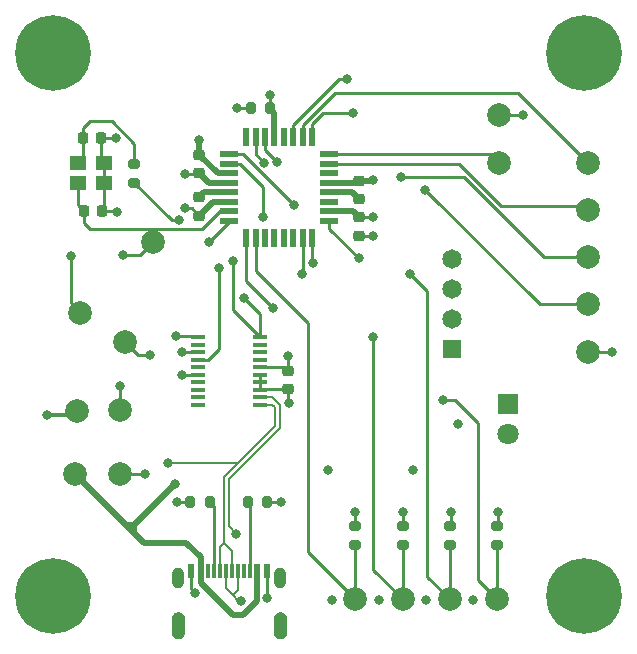
<source format=gbr>
%TF.GenerationSoftware,KiCad,Pcbnew,7.0.1*%
%TF.CreationDate,2023-07-17T15:28:08+02:00*%
%TF.ProjectId,Had_Konzole,4861645f-4b6f-46e7-9a6f-6c652e6b6963,rev?*%
%TF.SameCoordinates,Original*%
%TF.FileFunction,Copper,L1,Top*%
%TF.FilePolarity,Positive*%
%FSLAX46Y46*%
G04 Gerber Fmt 4.6, Leading zero omitted, Abs format (unit mm)*
G04 Created by KiCad (PCBNEW 7.0.1) date 2023-07-17 15:28:08*
%MOMM*%
%LPD*%
G01*
G04 APERTURE LIST*
G04 Aperture macros list*
%AMRoundRect*
0 Rectangle with rounded corners*
0 $1 Rounding radius*
0 $2 $3 $4 $5 $6 $7 $8 $9 X,Y pos of 4 corners*
0 Add a 4 corners polygon primitive as box body*
4,1,4,$2,$3,$4,$5,$6,$7,$8,$9,$2,$3,0*
0 Add four circle primitives for the rounded corners*
1,1,$1+$1,$2,$3*
1,1,$1+$1,$4,$5*
1,1,$1+$1,$6,$7*
1,1,$1+$1,$8,$9*
0 Add four rect primitives between the rounded corners*
20,1,$1+$1,$2,$3,$4,$5,0*
20,1,$1+$1,$4,$5,$6,$7,0*
20,1,$1+$1,$6,$7,$8,$9,0*
20,1,$1+$1,$8,$9,$2,$3,0*%
G04 Aperture macros list end*
%TA.AperFunction,EtchedComponent*%
%ADD10C,0.010000*%
%TD*%
%TA.AperFunction,SMDPad,CuDef*%
%ADD11RoundRect,0.225000X-0.225000X-0.250000X0.225000X-0.250000X0.225000X0.250000X-0.225000X0.250000X0*%
%TD*%
%TA.AperFunction,SMDPad,CuDef*%
%ADD12RoundRect,0.225000X-0.250000X0.225000X-0.250000X-0.225000X0.250000X-0.225000X0.250000X0.225000X0*%
%TD*%
%TA.AperFunction,SMDPad,CuDef*%
%ADD13RoundRect,0.200000X-0.200000X-0.275000X0.200000X-0.275000X0.200000X0.275000X-0.200000X0.275000X0*%
%TD*%
%TA.AperFunction,SMDPad,CuDef*%
%ADD14C,2.000000*%
%TD*%
%TA.AperFunction,SMDPad,CuDef*%
%ADD15RoundRect,0.225000X0.250000X-0.225000X0.250000X0.225000X-0.250000X0.225000X-0.250000X-0.225000X0*%
%TD*%
%TA.AperFunction,ComponentPad*%
%ADD16C,6.400000*%
%TD*%
%TA.AperFunction,SMDPad,CuDef*%
%ADD17R,1.600000X0.550000*%
%TD*%
%TA.AperFunction,SMDPad,CuDef*%
%ADD18R,0.550000X1.600000*%
%TD*%
%TA.AperFunction,SMDPad,CuDef*%
%ADD19RoundRect,0.200000X0.275000X-0.200000X0.275000X0.200000X-0.275000X0.200000X-0.275000X-0.200000X0*%
%TD*%
%TA.AperFunction,SMDPad,CuDef*%
%ADD20R,1.400000X1.200000*%
%TD*%
%TA.AperFunction,SMDPad,CuDef*%
%ADD21R,0.600000X1.150000*%
%TD*%
%TA.AperFunction,SMDPad,CuDef*%
%ADD22R,0.300000X1.150000*%
%TD*%
%TA.AperFunction,ComponentPad*%
%ADD23C,1.000000*%
%TD*%
%TA.AperFunction,ComponentPad*%
%ADD24O,1.000000X1.800000*%
%TD*%
%TA.AperFunction,SMDPad,CuDef*%
%ADD25R,1.200000X0.400000*%
%TD*%
%TA.AperFunction,SMDPad,CuDef*%
%ADD26RoundRect,0.200000X0.200000X0.275000X-0.200000X0.275000X-0.200000X-0.275000X0.200000X-0.275000X0*%
%TD*%
%TA.AperFunction,ComponentPad*%
%ADD27R,1.650000X1.650000*%
%TD*%
%TA.AperFunction,ComponentPad*%
%ADD28C,1.650000*%
%TD*%
%TA.AperFunction,ComponentPad*%
%ADD29R,1.800000X1.800000*%
%TD*%
%TA.AperFunction,ComponentPad*%
%ADD30C,1.800000*%
%TD*%
%TA.AperFunction,ViaPad*%
%ADD31C,0.800000*%
%TD*%
%TA.AperFunction,Conductor*%
%ADD32C,0.500000*%
%TD*%
%TA.AperFunction,Conductor*%
%ADD33C,0.250000*%
%TD*%
%TA.AperFunction,Conductor*%
%ADD34C,0.300000*%
%TD*%
%TA.AperFunction,Conductor*%
%ADD35C,0.200000*%
%TD*%
G04 APERTURE END LIST*
%TO.C,J4*%
D10*
X111206000Y-110176000D02*
X111232000Y-110178000D01*
X111258000Y-110181000D01*
X111284000Y-110186000D01*
X111309000Y-110192000D01*
X111335000Y-110199000D01*
X111359000Y-110208000D01*
X111383000Y-110218000D01*
X111407000Y-110229000D01*
X111430000Y-110242000D01*
X111452000Y-110256000D01*
X111474000Y-110270000D01*
X111495000Y-110286000D01*
X111515000Y-110303000D01*
X111534000Y-110321000D01*
X111552000Y-110340000D01*
X111569000Y-110360000D01*
X111585000Y-110381000D01*
X111599000Y-110403000D01*
X111613000Y-110425000D01*
X111626000Y-110448000D01*
X111637000Y-110472000D01*
X111647000Y-110496000D01*
X111656000Y-110520000D01*
X111663000Y-110546000D01*
X111669000Y-110571000D01*
X111674000Y-110597000D01*
X111677000Y-110623000D01*
X111679000Y-110649000D01*
X111680000Y-110675000D01*
X111680000Y-111875000D01*
X111679000Y-111901000D01*
X111677000Y-111927000D01*
X111674000Y-111953000D01*
X111669000Y-111979000D01*
X111663000Y-112004000D01*
X111656000Y-112030000D01*
X111647000Y-112054000D01*
X111637000Y-112078000D01*
X111626000Y-112102000D01*
X111613000Y-112125000D01*
X111599000Y-112147000D01*
X111585000Y-112169000D01*
X111569000Y-112190000D01*
X111552000Y-112210000D01*
X111534000Y-112229000D01*
X111515000Y-112247000D01*
X111495000Y-112264000D01*
X111474000Y-112280000D01*
X111452000Y-112294000D01*
X111430000Y-112308000D01*
X111407000Y-112321000D01*
X111383000Y-112332000D01*
X111359000Y-112342000D01*
X111335000Y-112351000D01*
X111309000Y-112358000D01*
X111284000Y-112364000D01*
X111258000Y-112369000D01*
X111232000Y-112372000D01*
X111206000Y-112374000D01*
X111180000Y-112375000D01*
X111154000Y-112374000D01*
X111128000Y-112372000D01*
X111102000Y-112369000D01*
X111076000Y-112364000D01*
X111051000Y-112358000D01*
X111025000Y-112351000D01*
X111001000Y-112342000D01*
X110977000Y-112332000D01*
X110953000Y-112321000D01*
X110930000Y-112308000D01*
X110908000Y-112294000D01*
X110886000Y-112280000D01*
X110865000Y-112264000D01*
X110845000Y-112247000D01*
X110826000Y-112229000D01*
X110808000Y-112210000D01*
X110791000Y-112190000D01*
X110775000Y-112169000D01*
X110761000Y-112147000D01*
X110747000Y-112125000D01*
X110734000Y-112102000D01*
X110723000Y-112078000D01*
X110713000Y-112054000D01*
X110704000Y-112030000D01*
X110697000Y-112004000D01*
X110691000Y-111979000D01*
X110686000Y-111953000D01*
X110683000Y-111927000D01*
X110681000Y-111901000D01*
X110680000Y-111875000D01*
X110680000Y-110675000D01*
X110681000Y-110649000D01*
X110683000Y-110623000D01*
X110686000Y-110597000D01*
X110691000Y-110571000D01*
X110697000Y-110546000D01*
X110704000Y-110520000D01*
X110713000Y-110496000D01*
X110723000Y-110472000D01*
X110734000Y-110448000D01*
X110747000Y-110425000D01*
X110761000Y-110403000D01*
X110775000Y-110381000D01*
X110791000Y-110360000D01*
X110808000Y-110340000D01*
X110826000Y-110321000D01*
X110845000Y-110303000D01*
X110865000Y-110286000D01*
X110886000Y-110270000D01*
X110908000Y-110256000D01*
X110930000Y-110242000D01*
X110953000Y-110229000D01*
X110977000Y-110218000D01*
X111001000Y-110208000D01*
X111025000Y-110199000D01*
X111051000Y-110192000D01*
X111076000Y-110186000D01*
X111102000Y-110181000D01*
X111128000Y-110178000D01*
X111154000Y-110176000D01*
X111180000Y-110175000D01*
X111206000Y-110176000D01*
%TA.AperFunction,EtchedComponent*%
G36*
X111206000Y-110176000D02*
G01*
X111232000Y-110178000D01*
X111258000Y-110181000D01*
X111284000Y-110186000D01*
X111309000Y-110192000D01*
X111335000Y-110199000D01*
X111359000Y-110208000D01*
X111383000Y-110218000D01*
X111407000Y-110229000D01*
X111430000Y-110242000D01*
X111452000Y-110256000D01*
X111474000Y-110270000D01*
X111495000Y-110286000D01*
X111515000Y-110303000D01*
X111534000Y-110321000D01*
X111552000Y-110340000D01*
X111569000Y-110360000D01*
X111585000Y-110381000D01*
X111599000Y-110403000D01*
X111613000Y-110425000D01*
X111626000Y-110448000D01*
X111637000Y-110472000D01*
X111647000Y-110496000D01*
X111656000Y-110520000D01*
X111663000Y-110546000D01*
X111669000Y-110571000D01*
X111674000Y-110597000D01*
X111677000Y-110623000D01*
X111679000Y-110649000D01*
X111680000Y-110675000D01*
X111680000Y-111875000D01*
X111679000Y-111901000D01*
X111677000Y-111927000D01*
X111674000Y-111953000D01*
X111669000Y-111979000D01*
X111663000Y-112004000D01*
X111656000Y-112030000D01*
X111647000Y-112054000D01*
X111637000Y-112078000D01*
X111626000Y-112102000D01*
X111613000Y-112125000D01*
X111599000Y-112147000D01*
X111585000Y-112169000D01*
X111569000Y-112190000D01*
X111552000Y-112210000D01*
X111534000Y-112229000D01*
X111515000Y-112247000D01*
X111495000Y-112264000D01*
X111474000Y-112280000D01*
X111452000Y-112294000D01*
X111430000Y-112308000D01*
X111407000Y-112321000D01*
X111383000Y-112332000D01*
X111359000Y-112342000D01*
X111335000Y-112351000D01*
X111309000Y-112358000D01*
X111284000Y-112364000D01*
X111258000Y-112369000D01*
X111232000Y-112372000D01*
X111206000Y-112374000D01*
X111180000Y-112375000D01*
X111154000Y-112374000D01*
X111128000Y-112372000D01*
X111102000Y-112369000D01*
X111076000Y-112364000D01*
X111051000Y-112358000D01*
X111025000Y-112351000D01*
X111001000Y-112342000D01*
X110977000Y-112332000D01*
X110953000Y-112321000D01*
X110930000Y-112308000D01*
X110908000Y-112294000D01*
X110886000Y-112280000D01*
X110865000Y-112264000D01*
X110845000Y-112247000D01*
X110826000Y-112229000D01*
X110808000Y-112210000D01*
X110791000Y-112190000D01*
X110775000Y-112169000D01*
X110761000Y-112147000D01*
X110747000Y-112125000D01*
X110734000Y-112102000D01*
X110723000Y-112078000D01*
X110713000Y-112054000D01*
X110704000Y-112030000D01*
X110697000Y-112004000D01*
X110691000Y-111979000D01*
X110686000Y-111953000D01*
X110683000Y-111927000D01*
X110681000Y-111901000D01*
X110680000Y-111875000D01*
X110680000Y-110675000D01*
X110681000Y-110649000D01*
X110683000Y-110623000D01*
X110686000Y-110597000D01*
X110691000Y-110571000D01*
X110697000Y-110546000D01*
X110704000Y-110520000D01*
X110713000Y-110496000D01*
X110723000Y-110472000D01*
X110734000Y-110448000D01*
X110747000Y-110425000D01*
X110761000Y-110403000D01*
X110775000Y-110381000D01*
X110791000Y-110360000D01*
X110808000Y-110340000D01*
X110826000Y-110321000D01*
X110845000Y-110303000D01*
X110865000Y-110286000D01*
X110886000Y-110270000D01*
X110908000Y-110256000D01*
X110930000Y-110242000D01*
X110953000Y-110229000D01*
X110977000Y-110218000D01*
X111001000Y-110208000D01*
X111025000Y-110199000D01*
X111051000Y-110192000D01*
X111076000Y-110186000D01*
X111102000Y-110181000D01*
X111128000Y-110178000D01*
X111154000Y-110176000D01*
X111180000Y-110175000D01*
X111206000Y-110176000D01*
G37*
%TD.AperFunction*%
X119846000Y-110176000D02*
X119872000Y-110178000D01*
X119898000Y-110181000D01*
X119924000Y-110186000D01*
X119949000Y-110192000D01*
X119975000Y-110199000D01*
X119999000Y-110208000D01*
X120023000Y-110218000D01*
X120047000Y-110229000D01*
X120070000Y-110242000D01*
X120092000Y-110256000D01*
X120114000Y-110270000D01*
X120135000Y-110286000D01*
X120155000Y-110303000D01*
X120174000Y-110321000D01*
X120192000Y-110340000D01*
X120209000Y-110360000D01*
X120225000Y-110381000D01*
X120239000Y-110403000D01*
X120253000Y-110425000D01*
X120266000Y-110448000D01*
X120277000Y-110472000D01*
X120287000Y-110496000D01*
X120296000Y-110520000D01*
X120303000Y-110546000D01*
X120309000Y-110571000D01*
X120314000Y-110597000D01*
X120317000Y-110623000D01*
X120319000Y-110649000D01*
X120320000Y-110675000D01*
X120320000Y-111875000D01*
X120319000Y-111901000D01*
X120317000Y-111927000D01*
X120314000Y-111953000D01*
X120309000Y-111979000D01*
X120303000Y-112004000D01*
X120296000Y-112030000D01*
X120287000Y-112054000D01*
X120277000Y-112078000D01*
X120266000Y-112102000D01*
X120253000Y-112125000D01*
X120239000Y-112147000D01*
X120225000Y-112169000D01*
X120209000Y-112190000D01*
X120192000Y-112210000D01*
X120174000Y-112229000D01*
X120155000Y-112247000D01*
X120135000Y-112264000D01*
X120114000Y-112280000D01*
X120092000Y-112294000D01*
X120070000Y-112308000D01*
X120047000Y-112321000D01*
X120023000Y-112332000D01*
X119999000Y-112342000D01*
X119975000Y-112351000D01*
X119949000Y-112358000D01*
X119924000Y-112364000D01*
X119898000Y-112369000D01*
X119872000Y-112372000D01*
X119846000Y-112374000D01*
X119820000Y-112375000D01*
X119794000Y-112374000D01*
X119768000Y-112372000D01*
X119742000Y-112369000D01*
X119716000Y-112364000D01*
X119691000Y-112358000D01*
X119665000Y-112351000D01*
X119641000Y-112342000D01*
X119617000Y-112332000D01*
X119593000Y-112321000D01*
X119570000Y-112308000D01*
X119548000Y-112294000D01*
X119526000Y-112280000D01*
X119505000Y-112264000D01*
X119485000Y-112247000D01*
X119466000Y-112229000D01*
X119448000Y-112210000D01*
X119431000Y-112190000D01*
X119415000Y-112169000D01*
X119401000Y-112147000D01*
X119387000Y-112125000D01*
X119374000Y-112102000D01*
X119363000Y-112078000D01*
X119353000Y-112054000D01*
X119344000Y-112030000D01*
X119337000Y-112004000D01*
X119331000Y-111979000D01*
X119326000Y-111953000D01*
X119323000Y-111927000D01*
X119321000Y-111901000D01*
X119320000Y-111875000D01*
X119320000Y-110675000D01*
X119321000Y-110649000D01*
X119323000Y-110623000D01*
X119326000Y-110597000D01*
X119331000Y-110571000D01*
X119337000Y-110546000D01*
X119344000Y-110520000D01*
X119353000Y-110496000D01*
X119363000Y-110472000D01*
X119374000Y-110448000D01*
X119387000Y-110425000D01*
X119401000Y-110403000D01*
X119415000Y-110381000D01*
X119431000Y-110360000D01*
X119448000Y-110340000D01*
X119466000Y-110321000D01*
X119485000Y-110303000D01*
X119505000Y-110286000D01*
X119526000Y-110270000D01*
X119548000Y-110256000D01*
X119570000Y-110242000D01*
X119593000Y-110229000D01*
X119617000Y-110218000D01*
X119641000Y-110208000D01*
X119665000Y-110199000D01*
X119691000Y-110192000D01*
X119716000Y-110186000D01*
X119742000Y-110181000D01*
X119768000Y-110178000D01*
X119794000Y-110176000D01*
X119820000Y-110175000D01*
X119846000Y-110176000D01*
%TA.AperFunction,EtchedComponent*%
G36*
X119846000Y-110176000D02*
G01*
X119872000Y-110178000D01*
X119898000Y-110181000D01*
X119924000Y-110186000D01*
X119949000Y-110192000D01*
X119975000Y-110199000D01*
X119999000Y-110208000D01*
X120023000Y-110218000D01*
X120047000Y-110229000D01*
X120070000Y-110242000D01*
X120092000Y-110256000D01*
X120114000Y-110270000D01*
X120135000Y-110286000D01*
X120155000Y-110303000D01*
X120174000Y-110321000D01*
X120192000Y-110340000D01*
X120209000Y-110360000D01*
X120225000Y-110381000D01*
X120239000Y-110403000D01*
X120253000Y-110425000D01*
X120266000Y-110448000D01*
X120277000Y-110472000D01*
X120287000Y-110496000D01*
X120296000Y-110520000D01*
X120303000Y-110546000D01*
X120309000Y-110571000D01*
X120314000Y-110597000D01*
X120317000Y-110623000D01*
X120319000Y-110649000D01*
X120320000Y-110675000D01*
X120320000Y-111875000D01*
X120319000Y-111901000D01*
X120317000Y-111927000D01*
X120314000Y-111953000D01*
X120309000Y-111979000D01*
X120303000Y-112004000D01*
X120296000Y-112030000D01*
X120287000Y-112054000D01*
X120277000Y-112078000D01*
X120266000Y-112102000D01*
X120253000Y-112125000D01*
X120239000Y-112147000D01*
X120225000Y-112169000D01*
X120209000Y-112190000D01*
X120192000Y-112210000D01*
X120174000Y-112229000D01*
X120155000Y-112247000D01*
X120135000Y-112264000D01*
X120114000Y-112280000D01*
X120092000Y-112294000D01*
X120070000Y-112308000D01*
X120047000Y-112321000D01*
X120023000Y-112332000D01*
X119999000Y-112342000D01*
X119975000Y-112351000D01*
X119949000Y-112358000D01*
X119924000Y-112364000D01*
X119898000Y-112369000D01*
X119872000Y-112372000D01*
X119846000Y-112374000D01*
X119820000Y-112375000D01*
X119794000Y-112374000D01*
X119768000Y-112372000D01*
X119742000Y-112369000D01*
X119716000Y-112364000D01*
X119691000Y-112358000D01*
X119665000Y-112351000D01*
X119641000Y-112342000D01*
X119617000Y-112332000D01*
X119593000Y-112321000D01*
X119570000Y-112308000D01*
X119548000Y-112294000D01*
X119526000Y-112280000D01*
X119505000Y-112264000D01*
X119485000Y-112247000D01*
X119466000Y-112229000D01*
X119448000Y-112210000D01*
X119431000Y-112190000D01*
X119415000Y-112169000D01*
X119401000Y-112147000D01*
X119387000Y-112125000D01*
X119374000Y-112102000D01*
X119363000Y-112078000D01*
X119353000Y-112054000D01*
X119344000Y-112030000D01*
X119337000Y-112004000D01*
X119331000Y-111979000D01*
X119326000Y-111953000D01*
X119323000Y-111927000D01*
X119321000Y-111901000D01*
X119320000Y-111875000D01*
X119320000Y-110675000D01*
X119321000Y-110649000D01*
X119323000Y-110623000D01*
X119326000Y-110597000D01*
X119331000Y-110571000D01*
X119337000Y-110546000D01*
X119344000Y-110520000D01*
X119353000Y-110496000D01*
X119363000Y-110472000D01*
X119374000Y-110448000D01*
X119387000Y-110425000D01*
X119401000Y-110403000D01*
X119415000Y-110381000D01*
X119431000Y-110360000D01*
X119448000Y-110340000D01*
X119466000Y-110321000D01*
X119485000Y-110303000D01*
X119505000Y-110286000D01*
X119526000Y-110270000D01*
X119548000Y-110256000D01*
X119570000Y-110242000D01*
X119593000Y-110229000D01*
X119617000Y-110218000D01*
X119641000Y-110208000D01*
X119665000Y-110199000D01*
X119691000Y-110192000D01*
X119716000Y-110186000D01*
X119742000Y-110181000D01*
X119768000Y-110178000D01*
X119794000Y-110176000D01*
X119820000Y-110175000D01*
X119846000Y-110176000D01*
G37*
%TD.AperFunction*%
%TD*%
D11*
%TO.P,C6,1*%
%TO.N,HSE_IN*%
X103225000Y-76200000D03*
%TO.P,C6,2*%
%TO.N,GND*%
X104775000Y-76200000D03*
%TD*%
D12*
%TO.P,C4,1*%
%TO.N,+3V3*%
X126500000Y-76725000D03*
%TO.P,C4,2*%
%TO.N,GND*%
X126500000Y-78275000D03*
%TD*%
D13*
%TO.P,R2,1*%
%TO.N,+3V3*%
X117325000Y-67500000D03*
%TO.P,R2,2*%
%TO.N,RST_PROG*%
X118975000Y-67500000D03*
%TD*%
D14*
%TO.P,J14,1,Pin_1*%
%TO.N,+3V3*%
X106300000Y-93000000D03*
%TD*%
%TO.P,J8,1,Pin_1*%
%TO.N,Button_Up*%
X134200000Y-109075000D03*
%TD*%
D15*
%TO.P,C5,1*%
%TO.N,+3V3*%
X113000000Y-72975000D03*
%TO.P,C5,2*%
%TO.N,GND*%
X113000000Y-71425000D03*
%TD*%
D16*
%TO.P,H4,1,1*%
%TO.N,GND*%
X145600000Y-108800000D03*
%TD*%
D15*
%TO.P,C3,1*%
%TO.N,+3V3*%
X113000000Y-76575000D03*
%TO.P,C3,2*%
%TO.N,GND*%
X113000000Y-75025000D03*
%TD*%
D14*
%TO.P,J13,1,Pin_1*%
%TO.N,3.3 Out*%
X102600000Y-93100000D03*
%TD*%
D16*
%TO.P,H1,1,1*%
%TO.N,GND*%
X100600000Y-62800000D03*
%TD*%
D17*
%TO.P,U1,1,PD3*%
%TO.N,Button_Up*%
X115500000Y-71400000D03*
%TO.P,U1,2,PD4*%
%TO.N,Button_Down*%
X115500000Y-72200000D03*
%TO.P,U1,3,GND*%
%TO.N,GND*%
X115500000Y-73000000D03*
%TO.P,U1,4,VCC*%
%TO.N,+3V3*%
X115500000Y-73800000D03*
%TO.P,U1,5,GND*%
%TO.N,GND*%
X115500000Y-74600000D03*
%TO.P,U1,6,VCC*%
%TO.N,+3V3*%
X115500000Y-75400000D03*
%TO.P,U1,7,XTAL1/PB6*%
%TO.N,HSE_IN*%
X115500000Y-76200000D03*
%TO.P,U1,8,XTAL2/PB7*%
%TO.N,HSE_OUT*%
X115500000Y-77000000D03*
D18*
%TO.P,U1,9,PD5*%
%TO.N,Button_Left*%
X116950000Y-78450000D03*
%TO.P,U1,10,PD6*%
%TO.N,Button_Right*%
X117750000Y-78450000D03*
%TO.P,U1,11,PD7*%
%TO.N,unconnected-(U1-PD7-Pad11)*%
X118550000Y-78450000D03*
%TO.P,U1,12,PB0*%
%TO.N,unconnected-(U1-PB0-Pad12)*%
X119350000Y-78450000D03*
%TO.P,U1,13,PB1*%
%TO.N,unconnected-(U1-PB1-Pad13)*%
X120150000Y-78450000D03*
%TO.P,U1,14,PB2*%
%TO.N,unconnected-(U1-PB2-Pad14)*%
X120950000Y-78450000D03*
%TO.P,U1,15,PB3*%
%TO.N,MOSI*%
X121750000Y-78450000D03*
%TO.P,U1,16,PB4*%
%TO.N,MISO*%
X122550000Y-78450000D03*
D17*
%TO.P,U1,17,PB5*%
%TO.N,SCK*%
X124000000Y-77000000D03*
%TO.P,U1,18,AVCC*%
%TO.N,+3V3*%
X124000000Y-76200000D03*
%TO.P,U1,19,ADC6*%
%TO.N,unconnected-(U1-ADC6-Pad19)*%
X124000000Y-75400000D03*
%TO.P,U1,20,AREF*%
%TO.N,Net-(U1-AREF)*%
X124000000Y-74600000D03*
%TO.P,U1,21,GND*%
%TO.N,GND*%
X124000000Y-73800000D03*
%TO.P,U1,22,ADC7*%
%TO.N,unconnected-(U1-ADC7-Pad22)*%
X124000000Y-73000000D03*
%TO.P,U1,23,PC0*%
%TO.N,CLK*%
X124000000Y-72200000D03*
%TO.P,U1,24,PC1*%
%TO.N,DIN*%
X124000000Y-71400000D03*
D18*
%TO.P,U1,25,PC2*%
%TO.N,DC*%
X122550000Y-69950000D03*
%TO.P,U1,26,PC3*%
%TO.N,CE*%
X121750000Y-69950000D03*
%TO.P,U1,27,PC4*%
%TO.N,RST*%
X120950000Y-69950000D03*
%TO.P,U1,28,PC5*%
%TO.N,unconnected-(U1-PC5-Pad28)*%
X120150000Y-69950000D03*
%TO.P,U1,29,~{RESET}/PC6*%
%TO.N,RST_PROG*%
X119350000Y-69950000D03*
%TO.P,U1,30,PD0*%
%TO.N,TX*%
X118550000Y-69950000D03*
%TO.P,U1,31,PD1*%
%TO.N,RX*%
X117750000Y-69950000D03*
%TO.P,U1,32,PD2*%
%TO.N,unconnected-(U1-PD2-Pad32)*%
X116950000Y-69950000D03*
%TD*%
D19*
%TO.P,R5,1*%
%TO.N,Button_Left*%
X138200000Y-104500000D03*
%TO.P,R5,2*%
%TO.N,GND*%
X138200000Y-102850000D03*
%TD*%
D14*
%TO.P,J21,1,Pin_1*%
%TO.N,GND*%
X145900000Y-88100000D03*
%TD*%
%TO.P,J12,1,Pin_1*%
%TO.N,Button_Right*%
X126200000Y-109075000D03*
%TD*%
%TO.P,J16,1,Pin_1*%
%TO.N,CE*%
X145900000Y-72100000D03*
%TD*%
D16*
%TO.P,H2,1,1*%
%TO.N,GND*%
X145600000Y-62800000D03*
%TD*%
D14*
%TO.P,J1,1,Pin_1*%
%TO.N,+5V*%
X102500000Y-98500000D03*
%TD*%
D19*
%TO.P,R4,1*%
%TO.N,Button_Up*%
X134200000Y-104500000D03*
%TO.P,R4,2*%
%TO.N,GND*%
X134200000Y-102850000D03*
%TD*%
D20*
%TO.P,Y1,1,1*%
%TO.N,HSE_IN*%
X102750000Y-73850000D03*
%TO.P,Y1,2,2*%
%TO.N,GND*%
X104950000Y-73850000D03*
%TO.P,Y1,3,3*%
X104950000Y-72150000D03*
%TO.P,Y1,4,4*%
%TO.N,Net-(C7-Pad1)*%
X102750000Y-72150000D03*
%TD*%
D14*
%TO.P,J18,1,Pin_1*%
%TO.N,DIN*%
X138400000Y-72100000D03*
%TD*%
%TO.P,J10,1,Pin_1*%
%TO.N,Button_Left*%
X138200000Y-109075000D03*
%TD*%
D19*
%TO.P,R6,1*%
%TO.N,Button_Right*%
X126200000Y-104500000D03*
%TO.P,R6,2*%
%TO.N,GND*%
X126200000Y-102850000D03*
%TD*%
D14*
%TO.P,TP11,1,1*%
%TO.N,DTR*%
X106700000Y-87300000D03*
%TD*%
D21*
%TO.P,J4,1,VBUS*%
%TO.N,+5V*%
X113100000Y-106700000D03*
X117900000Y-106700000D03*
D22*
%TO.P,J4,2,SBU1*%
%TO.N,unconnected-(J4-SBU1-Pad2)*%
X116750000Y-106700000D03*
%TO.P,J4,3,SBU2*%
%TO.N,unconnected-(J4-SBU2-Pad3)*%
X113750000Y-106700000D03*
%TO.P,J4,4,D+*%
%TO.N,USB_Conn_D-*%
X115250000Y-106700000D03*
%TO.P,J4,5,D+*%
X116250000Y-106700000D03*
%TO.P,J4,6,D-*%
%TO.N,USB_Conn_D+*%
X115750000Y-106700000D03*
%TO.P,J4,7,D-*%
X114750000Y-106700000D03*
%TO.P,J4,8,CC1*%
%TO.N,Net-(J4-CC1)*%
X114250000Y-106700000D03*
%TO.P,J4,9,CC2*%
%TO.N,Net-(J4-CC2)*%
X117250000Y-106700000D03*
D21*
%TO.P,J4,10,GND*%
%TO.N,GND*%
X112300000Y-106700000D03*
X118700000Y-106700000D03*
D23*
%TO.P,J4,S1,SHIELD*%
%TO.N,unconnected-(J4-SHIELD-PadS1)*%
X111180000Y-111275000D03*
%TO.P,J4,S2,SHIELD*%
X119820000Y-111275000D03*
D24*
%TO.P,J4,S3,SHIELD*%
X111180000Y-107275000D03*
%TO.P,J4,S4,SHIELD*%
X119820000Y-107275000D03*
%TD*%
D19*
%TO.P,R3,1*%
%TO.N,HSE_OUT*%
X107500000Y-73825000D03*
%TO.P,R3,2*%
%TO.N,Net-(C7-Pad1)*%
X107500000Y-72175000D03*
%TD*%
D25*
%TO.P,U2,1,~{DTR}*%
%TO.N,DTR*%
X112900000Y-86865000D03*
%TO.P,U2,2,~{RTS}*%
%TO.N,unconnected-(U2-~{RTS}-Pad2)*%
X112900000Y-87500000D03*
%TO.P,U2,3,VCCIO*%
%TO.N,+3V3*%
X112900000Y-88135000D03*
%TO.P,U2,4,RXD*%
%TO.N,RX*%
X112900000Y-88770000D03*
%TO.P,U2,5,~{RI}*%
%TO.N,unconnected-(U2-~{RI}-Pad5)*%
X112900000Y-89405000D03*
%TO.P,U2,6,GND*%
%TO.N,GND*%
X112900000Y-90040000D03*
%TO.P,U2,7,~{DSR}*%
%TO.N,unconnected-(U2-~{DSR}-Pad7)*%
X112900000Y-90675000D03*
%TO.P,U2,8,~{DCD}*%
%TO.N,unconnected-(U2-~{DCD}-Pad8)*%
X112900000Y-91310000D03*
%TO.P,U2,9,~{CTS}*%
%TO.N,unconnected-(U2-~{CTS}-Pad9)*%
X112900000Y-91945000D03*
%TO.P,U2,10,CBUS2*%
%TO.N,unconnected-(U2-CBUS2-Pad10)*%
X112900000Y-92580000D03*
%TO.P,U2,11,USBDP*%
%TO.N,USB_Conn_D+*%
X118100000Y-92580000D03*
%TO.P,U2,12,USBDM*%
%TO.N,USB_Conn_D-*%
X118100000Y-91945000D03*
%TO.P,U2,13,3V3OUT*%
%TO.N,+3V3*%
X118100000Y-91310000D03*
%TO.P,U2,14,~{RESET}*%
X118100000Y-90675000D03*
%TO.P,U2,15,VCC*%
X118100000Y-90040000D03*
%TO.P,U2,16,GND*%
%TO.N,GND*%
X118100000Y-89405000D03*
%TO.P,U2,17,CBUS1*%
%TO.N,unconnected-(U2-CBUS1-Pad17)*%
X118100000Y-88770000D03*
%TO.P,U2,18,CBUS0*%
%TO.N,unconnected-(U2-CBUS0-Pad18)*%
X118100000Y-88135000D03*
%TO.P,U2,19,CBUS3*%
%TO.N,unconnected-(U2-CBUS3-Pad19)*%
X118100000Y-87500000D03*
%TO.P,U2,20,TXD*%
%TO.N,TX*%
X118100000Y-86865000D03*
%TD*%
D14*
%TO.P,J19,1,Pin_1*%
%TO.N,CLK*%
X145900000Y-76100000D03*
%TD*%
D15*
%TO.P,C10,1*%
%TO.N,Net-(U1-AREF)*%
X126500000Y-75175000D03*
%TO.P,C10,2*%
%TO.N,GND*%
X126500000Y-73625000D03*
%TD*%
D26*
%TO.P,R8,1*%
%TO.N,Net-(J4-CC1)*%
X113875000Y-100800000D03*
%TO.P,R8,2*%
%TO.N,GND*%
X112225000Y-100800000D03*
%TD*%
D14*
%TO.P,J3,1,Pin_1*%
%TO.N,RST*%
X145900000Y-84100000D03*
%TD*%
%TO.P,TP10,1,1*%
%TO.N,Reset*%
X109100000Y-78800000D03*
%TD*%
D13*
%TO.P,R9,1*%
%TO.N,Net-(J4-CC2)*%
X117075000Y-100850000D03*
%TO.P,R9,2*%
%TO.N,GND*%
X118725000Y-100850000D03*
%TD*%
D11*
%TO.P,C7,1*%
%TO.N,Net-(C7-Pad1)*%
X103125000Y-70000000D03*
%TO.P,C7,2*%
%TO.N,GND*%
X104675000Y-70000000D03*
%TD*%
D14*
%TO.P,TP12,1,1*%
%TO.N,RST_PROG*%
X102900000Y-84800000D03*
%TD*%
%TO.P,J15,1,Pin_1*%
%TO.N,GND*%
X106300000Y-98500000D03*
%TD*%
D16*
%TO.P,H3,1,1*%
%TO.N,GND*%
X100600000Y-108800000D03*
%TD*%
D15*
%TO.P,C8,1*%
%TO.N,+3V3*%
X120500000Y-91275000D03*
%TO.P,C8,2*%
%TO.N,GND*%
X120500000Y-89725000D03*
%TD*%
D19*
%TO.P,R7,1*%
%TO.N,Button_Down*%
X130200000Y-104500000D03*
%TO.P,R7,2*%
%TO.N,GND*%
X130200000Y-102850000D03*
%TD*%
D14*
%TO.P,J20,1,Pin_1*%
%TO.N,+3V3*%
X138400000Y-68100000D03*
%TD*%
%TO.P,J17,1,Pin_1*%
%TO.N,DC*%
X145900000Y-80100000D03*
%TD*%
%TO.P,J5,1,Pin_1*%
%TO.N,Button_Down*%
X130200000Y-109075000D03*
%TD*%
D27*
%TO.P,J2,1,Pin_1*%
%TO.N,Reset*%
X134400000Y-87840000D03*
D28*
%TO.P,J2,2,Pin_2*%
%TO.N,MOSI*%
X134400000Y-85300000D03*
%TO.P,J2,3,Pin_3*%
%TO.N,MISO*%
X134400000Y-82760000D03*
%TO.P,J2,4,Pin_4*%
%TO.N,SCK*%
X134400000Y-80220000D03*
%TD*%
D29*
%TO.P,D1,1,K*%
%TO.N,Net-(D1-K)*%
X139125000Y-92525000D03*
D30*
%TO.P,D1,2,A*%
%TO.N,+3V3*%
X139125000Y-95065000D03*
%TD*%
D31*
%TO.N,GND*%
X118750000Y-109000000D03*
X127700000Y-78350000D03*
X130250000Y-101700000D03*
X108350000Y-98500000D03*
X105900000Y-70000000D03*
X127700000Y-73550000D03*
X138250000Y-101700000D03*
X112600000Y-108500000D03*
X134300000Y-101700000D03*
X134850000Y-94250000D03*
X106000000Y-76250000D03*
X113000000Y-70200000D03*
X111500000Y-90050000D03*
X119900000Y-100800000D03*
X126150000Y-101700000D03*
X120500000Y-88500000D03*
X111100000Y-100800000D03*
X123900000Y-98150000D03*
X147950000Y-88150000D03*
X131100000Y-98150000D03*
%TO.N,3.3 Out*%
X100100000Y-93500000D03*
%TO.N,+3V3*%
X111750000Y-75950000D03*
X111800000Y-73050000D03*
X132200000Y-109100000D03*
X128200000Y-109100000D03*
X124200000Y-109100000D03*
X136200000Y-109150000D03*
X127700000Y-76700000D03*
X116150000Y-67500000D03*
X140400000Y-68100000D03*
X111550000Y-88100000D03*
X106250000Y-91000000D03*
X120600000Y-92450000D03*
%TO.N,+5V*%
X110900000Y-99300000D03*
%TO.N,SCK*%
X126500000Y-80200000D03*
%TO.N,MISO*%
X122600000Y-80600000D03*
%TO.N,MOSI*%
X121700000Y-81500000D03*
%TO.N,DTR*%
X108800000Y-88400000D03*
X111000000Y-86800000D03*
%TO.N,RST*%
X125500000Y-65000000D03*
X132100000Y-74400000D03*
%TO.N,DC*%
X130100000Y-73300000D03*
X126000000Y-67900000D03*
%TO.N,HSE_OUT*%
X111300000Y-76975500D03*
X113800000Y-78800000D03*
%TO.N,Button_Up*%
X120992893Y-75700000D03*
X130800000Y-81500000D03*
%TO.N,Button_Left*%
X133600000Y-92200000D03*
X119200000Y-84400000D03*
%TO.N,Button_Down*%
X127700000Y-86900000D03*
X118400000Y-76700000D03*
%TO.N,TX*%
X119550000Y-72050000D03*
X116800000Y-83600000D03*
X115800000Y-80400000D03*
%TO.N,RX*%
X114650000Y-81050000D03*
X118450000Y-72100000D03*
%TO.N,USB_Conn_D+*%
X110300000Y-97500000D03*
%TO.N,USB_Conn_D-*%
X116500000Y-109200000D03*
X116100000Y-103500000D03*
%TO.N,Reset*%
X106500000Y-79900000D03*
%TO.N,RST_PROG*%
X102100000Y-80000000D03*
X119000000Y-66400000D03*
%TD*%
D32*
%TO.N,GND*%
X113000000Y-71425000D02*
X114575000Y-73000000D01*
D33*
X118700000Y-106700000D02*
X118700000Y-108950000D01*
X145900000Y-88100000D02*
X147900000Y-88100000D01*
X130250000Y-102800000D02*
X130200000Y-102850000D01*
X112300000Y-106700000D02*
X112300000Y-108200000D01*
X126150000Y-101700000D02*
X126150000Y-102800000D01*
X118700000Y-108950000D02*
X118750000Y-109000000D01*
X147900000Y-88100000D02*
X147950000Y-88150000D01*
X120500000Y-89725000D02*
X120180000Y-89405000D01*
X112900000Y-90040000D02*
X111510000Y-90040000D01*
X126150000Y-102800000D02*
X126200000Y-102850000D01*
X104950000Y-73850000D02*
X104950000Y-76025000D01*
X120180000Y-89405000D02*
X118100000Y-89405000D01*
X104775000Y-76200000D02*
X105950000Y-76200000D01*
X134300000Y-102750000D02*
X134200000Y-102850000D01*
D32*
X126325000Y-73800000D02*
X124000000Y-73800000D01*
D33*
X112225000Y-100800000D02*
X111100000Y-100800000D01*
X138250000Y-101700000D02*
X138250000Y-102800000D01*
D32*
X127625000Y-73625000D02*
X127700000Y-73550000D01*
D33*
X111510000Y-90040000D02*
X111500000Y-90050000D01*
D32*
X114575000Y-73000000D02*
X115500000Y-73000000D01*
X126500000Y-73625000D02*
X127625000Y-73625000D01*
D33*
X104950000Y-76025000D02*
X104775000Y-76200000D01*
X120500000Y-89725000D02*
X120500000Y-88500000D01*
X119850000Y-100850000D02*
X119900000Y-100800000D01*
X104950000Y-72150000D02*
X104950000Y-73850000D01*
X118725000Y-100850000D02*
X119850000Y-100850000D01*
X105950000Y-76200000D02*
X106000000Y-76250000D01*
X104675000Y-70000000D02*
X104675000Y-71875000D01*
D32*
X113000000Y-75025000D02*
X113425000Y-74600000D01*
D33*
X104675000Y-71875000D02*
X104950000Y-72150000D01*
X138250000Y-102800000D02*
X138200000Y-102850000D01*
X134300000Y-101700000D02*
X134300000Y-102750000D01*
D32*
X113425000Y-74600000D02*
X115500000Y-74600000D01*
D33*
X106300000Y-98500000D02*
X108350000Y-98500000D01*
X130250000Y-101700000D02*
X130250000Y-102800000D01*
X112300000Y-108200000D02*
X112600000Y-108500000D01*
X126500000Y-78275000D02*
X127625000Y-78275000D01*
D32*
X126500000Y-73625000D02*
X126325000Y-73800000D01*
D33*
X127625000Y-78275000D02*
X127700000Y-78350000D01*
X104675000Y-70000000D02*
X105900000Y-70000000D01*
D32*
X113000000Y-71425000D02*
X113000000Y-70200000D01*
D34*
%TO.N,3.3 Out*%
X102200000Y-93500000D02*
X102600000Y-93100000D01*
X100100000Y-93500000D02*
X102200000Y-93500000D01*
D32*
%TO.N,+3V3*%
X113000000Y-72975000D02*
X113825000Y-73800000D01*
D33*
X120500000Y-92350000D02*
X120600000Y-92450000D01*
X112900000Y-88135000D02*
X111585000Y-88135000D01*
X106300000Y-93000000D02*
X106300000Y-91050000D01*
X106300000Y-91050000D02*
X106250000Y-91000000D01*
X112375000Y-75950000D02*
X113000000Y-76575000D01*
X112925000Y-73050000D02*
X113000000Y-72975000D01*
X138400000Y-68100000D02*
X140400000Y-68100000D01*
X111800000Y-73050000D02*
X112925000Y-73050000D01*
X111585000Y-88135000D02*
X111550000Y-88100000D01*
D32*
X113825000Y-73800000D02*
X115500000Y-73800000D01*
X126500000Y-76725000D02*
X125975000Y-76200000D01*
D33*
X126525000Y-76700000D02*
X126500000Y-76725000D01*
X117325000Y-67500000D02*
X116150000Y-67500000D01*
X127700000Y-76700000D02*
X126525000Y-76700000D01*
X120500000Y-91275000D02*
X118135000Y-91275000D01*
D32*
X125975000Y-76200000D02*
X124000000Y-76200000D01*
D33*
X118135000Y-91275000D02*
X118100000Y-91310000D01*
D32*
X114175000Y-75400000D02*
X115500000Y-75400000D01*
X113000000Y-76575000D02*
X114175000Y-75400000D01*
D33*
X120500000Y-91275000D02*
X120500000Y-92350000D01*
X118100000Y-91310000D02*
X118100000Y-90040000D01*
X111750000Y-75950000D02*
X112375000Y-75950000D01*
%TO.N,HSE_IN*%
X103225000Y-76200000D02*
X102750000Y-75725000D01*
X114700000Y-76200000D02*
X113200000Y-77700000D01*
X113200000Y-77700000D02*
X103700000Y-77700000D01*
X115500000Y-76200000D02*
X114700000Y-76200000D01*
X103225000Y-77225000D02*
X103225000Y-76200000D01*
X103700000Y-77700000D02*
X103225000Y-77225000D01*
X102750000Y-75725000D02*
X102750000Y-73850000D01*
D32*
%TO.N,+5V*%
X107450000Y-103450000D02*
X107450000Y-102750000D01*
X107450000Y-103450000D02*
X108300000Y-104300000D01*
X113100000Y-105500000D02*
X113100000Y-106700000D01*
X115825000Y-110400000D02*
X116700000Y-110400000D01*
X106650000Y-102650000D02*
X107100000Y-103100000D01*
X102500000Y-98500000D02*
X106650000Y-102650000D01*
X116700000Y-110400000D02*
X117900000Y-109200000D01*
X113100000Y-106700000D02*
X113100000Y-107675000D01*
X107450000Y-102750000D02*
X106750000Y-102750000D01*
X117900000Y-109200000D02*
X117900000Y-106700000D01*
X113100000Y-107675000D02*
X115825000Y-110400000D01*
X111900000Y-104300000D02*
X113100000Y-105500000D01*
X108300000Y-104300000D02*
X111900000Y-104300000D01*
X107100000Y-103100000D02*
X107450000Y-102750000D01*
X107100000Y-103100000D02*
X107450000Y-103450000D01*
X110900000Y-99300000D02*
X107450000Y-102750000D01*
X106750000Y-102750000D02*
X106650000Y-102650000D01*
%TO.N,Net-(U1-AREF)*%
X126500000Y-75175000D02*
X125925000Y-74600000D01*
X125925000Y-74600000D02*
X124000000Y-74600000D01*
D33*
%TO.N,SCK*%
X124000000Y-77700000D02*
X124000000Y-77000000D01*
X126500000Y-80200000D02*
X124000000Y-77700000D01*
%TO.N,MISO*%
X122600000Y-80600000D02*
X122550000Y-80550000D01*
X122550000Y-80550000D02*
X122550000Y-78450000D01*
%TO.N,MOSI*%
X121750000Y-81450000D02*
X121750000Y-78450000D01*
X121700000Y-81500000D02*
X121750000Y-81450000D01*
%TO.N,DTR*%
X111000000Y-86800000D02*
X112835000Y-86800000D01*
X112835000Y-86800000D02*
X112900000Y-86865000D01*
X107800000Y-88400000D02*
X106700000Y-87300000D01*
X108800000Y-88400000D02*
X107800000Y-88400000D01*
%TO.N,RST*%
X120950000Y-68900000D02*
X120950000Y-69950000D01*
X124850000Y-65000000D02*
X120950000Y-68900000D01*
X145900000Y-84100000D02*
X141800000Y-84100000D01*
X141800000Y-84100000D02*
X132100000Y-74400000D01*
X125500000Y-65000000D02*
X124850000Y-65000000D01*
%TO.N,CE*%
X145900000Y-72100000D02*
X140000000Y-66200000D01*
X124450000Y-66200000D02*
X121750000Y-68900000D01*
X140000000Y-66200000D02*
X124450000Y-66200000D01*
X121750000Y-68900000D02*
X121750000Y-69950000D01*
%TO.N,DC*%
X142213604Y-80100000D02*
X135413604Y-73300000D01*
X123500000Y-67900000D02*
X122550000Y-68850000D01*
X126000000Y-67900000D02*
X123500000Y-67900000D01*
X135413604Y-73300000D02*
X130100000Y-73300000D01*
X122550000Y-68850000D02*
X122550000Y-69950000D01*
X145900000Y-80100000D02*
X142213604Y-80100000D01*
%TO.N,DIN*%
X138400000Y-72100000D02*
X137700000Y-71400000D01*
X137700000Y-71400000D02*
X124000000Y-71400000D01*
%TO.N,HSE_OUT*%
X107500000Y-73825000D02*
X110650500Y-76975500D01*
X113800000Y-78800000D02*
X115500000Y-77100000D01*
X110650500Y-76975500D02*
X111300000Y-76975500D01*
X115500000Y-77100000D02*
X115500000Y-77000000D01*
%TO.N,Button_Up*%
X132300000Y-103600000D02*
X132300000Y-83000000D01*
X134200000Y-109075000D02*
X132300000Y-107175000D01*
X132300000Y-107175000D02*
X132300000Y-103600000D01*
X132300000Y-83000000D02*
X130800000Y-81500000D01*
X120992893Y-75700000D02*
X116692893Y-71400000D01*
X116692893Y-71400000D02*
X115500000Y-71400000D01*
X134200000Y-109075000D02*
X134200000Y-104500000D01*
%TO.N,Button_Left*%
X134650000Y-92200000D02*
X133600000Y-92200000D01*
X136600000Y-94150000D02*
X134650000Y-92200000D01*
X116950000Y-82150000D02*
X116950000Y-78450000D01*
X119200000Y-84400000D02*
X116950000Y-82150000D01*
X138200000Y-109075000D02*
X138200000Y-104500000D01*
X136600000Y-107475000D02*
X136600000Y-94150000D01*
X138200000Y-109075000D02*
X136600000Y-107475000D01*
%TO.N,Button_Right*%
X126200000Y-109075000D02*
X122200000Y-105075000D01*
X117750000Y-81250000D02*
X117750000Y-78450000D01*
X126200000Y-109075000D02*
X126200000Y-104500000D01*
X122200000Y-105075000D02*
X122200000Y-85700000D01*
X122200000Y-85700000D02*
X117750000Y-81250000D01*
%TO.N,Button_Down*%
X118400000Y-74175000D02*
X116425000Y-72200000D01*
X130200000Y-109075000D02*
X130200000Y-104500000D01*
X116425000Y-72200000D02*
X115500000Y-72200000D01*
X130200000Y-109075000D02*
X127700000Y-106575000D01*
X118400000Y-76700000D02*
X118400000Y-74175000D01*
X127700000Y-106575000D02*
X127700000Y-86900000D01*
%TO.N,CLK*%
X134950000Y-72200000D02*
X124000000Y-72200000D01*
X145610000Y-75810000D02*
X138560000Y-75810000D01*
X145900000Y-76100000D02*
X145610000Y-75810000D01*
X138560000Y-75810000D02*
X134950000Y-72200000D01*
%TO.N,TX*%
X118550000Y-71050000D02*
X118550000Y-69950000D01*
X118100000Y-84900000D02*
X116800000Y-83600000D01*
X115800000Y-84565000D02*
X115800000Y-80400000D01*
X119550000Y-72050000D02*
X118550000Y-71050000D01*
X118100000Y-86865000D02*
X115800000Y-84565000D01*
X118100000Y-86865000D02*
X118100000Y-84900000D01*
%TO.N,RX*%
X113750000Y-88770000D02*
X112900000Y-88770000D01*
X114650000Y-87870000D02*
X113750000Y-88770000D01*
X118450000Y-72100000D02*
X117750000Y-71400000D01*
X114650000Y-81050000D02*
X114650000Y-87870000D01*
X117750000Y-71400000D02*
X117750000Y-69950000D01*
D35*
%TO.N,USB_Conn_D+*%
X119180000Y-92580000D02*
X118100000Y-92580000D01*
X116100000Y-97500000D02*
X110300000Y-97500000D01*
X116050000Y-97750000D02*
X116300000Y-97500000D01*
X116100000Y-97700000D02*
X116100000Y-97500000D01*
X114750000Y-104650000D02*
X115100000Y-104300000D01*
X116300000Y-97500000D02*
X116100000Y-97500000D01*
X114750000Y-106700000D02*
X114750000Y-104650000D01*
X116050000Y-97750000D02*
X116100000Y-97700000D01*
X115750000Y-104950000D02*
X115750000Y-106700000D01*
X119400000Y-92800000D02*
X119180000Y-92580000D01*
X115100000Y-104300000D02*
X115750000Y-104950000D01*
X119400000Y-94400000D02*
X119400000Y-92800000D01*
X116300000Y-97500000D02*
X119400000Y-94400000D01*
X115100000Y-98700000D02*
X116050000Y-97750000D01*
X115100000Y-104300000D02*
X115100000Y-98700000D01*
%TO.N,USB_Conn_D-*%
X115250000Y-106700000D02*
X115250000Y-108150000D01*
X119800000Y-94565685D02*
X119800000Y-92634314D01*
X115800000Y-108700000D02*
X116250000Y-108250000D01*
X119110686Y-91945000D02*
X118100000Y-91945000D01*
X115250000Y-108150000D02*
X115800000Y-108700000D01*
X116250000Y-108250000D02*
X116250000Y-106700000D01*
X115800000Y-108700000D02*
X116300000Y-109200000D01*
X115500000Y-98865686D02*
X119800000Y-94565685D01*
X115500000Y-102900000D02*
X115500000Y-98865686D01*
X119800000Y-92634314D02*
X119110686Y-91945000D01*
X116100000Y-103500000D02*
X115500000Y-102900000D01*
X116300000Y-109200000D02*
X116500000Y-109200000D01*
D33*
%TO.N,Net-(J4-CC1)*%
X114250000Y-106700000D02*
X114250000Y-101175000D01*
X114250000Y-101175000D02*
X113875000Y-100800000D01*
%TO.N,Net-(J4-CC2)*%
X117250000Y-101025000D02*
X117075000Y-100850000D01*
X117250000Y-106700000D02*
X117250000Y-101025000D01*
%TO.N,Net-(C7-Pad1)*%
X107500000Y-70500000D02*
X105600000Y-68600000D01*
X103700000Y-68600000D02*
X103125000Y-69175000D01*
X107500000Y-72175000D02*
X107500000Y-70500000D01*
X105600000Y-68600000D02*
X103700000Y-68600000D01*
X103125000Y-70000000D02*
X103125000Y-71775000D01*
X103125000Y-69175000D02*
X103125000Y-70000000D01*
X103125000Y-71775000D02*
X102750000Y-72150000D01*
%TO.N,Reset*%
X108000000Y-79900000D02*
X109100000Y-78800000D01*
X106500000Y-79900000D02*
X108000000Y-79900000D01*
%TO.N,RST_PROG*%
X102100000Y-84000000D02*
X102900000Y-84800000D01*
X119000000Y-66400000D02*
X119000000Y-67475000D01*
X119000000Y-67475000D02*
X118975000Y-67500000D01*
D32*
X119350000Y-69950000D02*
X119350000Y-67875000D01*
D33*
X102100000Y-80000000D02*
X102100000Y-84000000D01*
D32*
X119350000Y-67875000D02*
X118975000Y-67500000D01*
%TD*%
M02*

</source>
